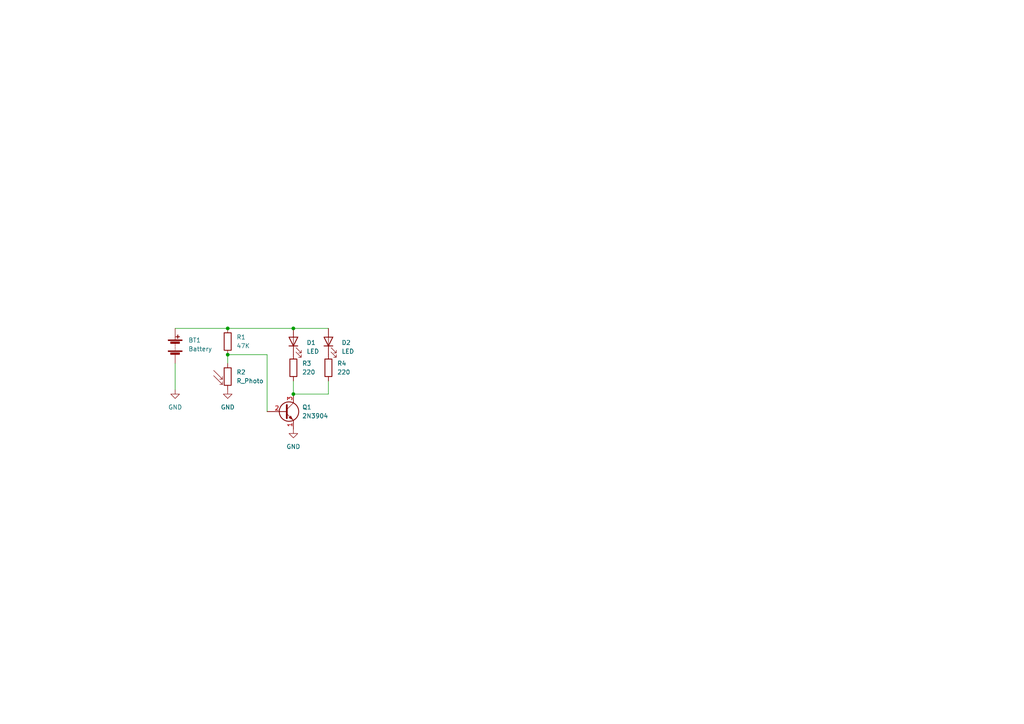
<source format=kicad_sch>
(kicad_sch (version 20211123) (generator eeschema)
  (paper "A4")
  (lib_symbols
    (symbol "Device:Battery" (pin_numbers hide) (pin_names (offset 0) hide)
      (property "Reference" "BT" (at 2.54 2.54 0))
      (property "Value" "Battery" (at 2.54 0 0))
      (symbol "Battery_0_1"
        (rectangle (start -2.032 -1.397) (end 2.032 -1.651) (fill (type outline)))
        (rectangle (start -2.032 1.778) (end 2.032 1.524) (fill (type outline)))
        (rectangle (start -1.3208 -1.9812) (end 1.27 -2.4892) (fill (type outline)))
        (rectangle (start -1.3208 1.1938) (end 1.27 0.6858) (fill (type outline)))
        (polyline (pts (xy 0 -1.524) (xy 0 -1.27)))
        (polyline (pts (xy 0 -1.016) (xy 0 -0.762)))
        (polyline (pts (xy 0 -0.508) (xy 0 -0.254)))
        (polyline (pts (xy 0 0) (xy 0 0.254)))
        (polyline (pts (xy 0 0.508) (xy 0 0.762)))
        (polyline (pts (xy 0 1.778) (xy 0 2.54)))
        (polyline (pts (xy 0.254 2.667) (xy 1.27 2.667)) (stroke (width 0.254)))
        (polyline (pts (xy 0.762 3.175) (xy 0.762 2.159)) (stroke (width 0.254)))
      )
      (symbol "Battery_1_1"
        (pin passive line (at 0 5.08 270) (length 2.54) (name "+") (number "1"))
        (pin passive line (at 0 -5.08 90) (length 2.54) (name "-") (number "2"))
      )
    )
    (symbol "Device:LED" (pin_numbers hide) (pin_names (offset 1.016) hide)
      (property "Reference" "D" (at 0 2.54 0))
      (property "Value" "LED" (at 0 -2.54 0))
      (symbol "LED_0_1"
        (polyline (pts (xy -1.27 -1.27) (xy -1.27 1.27)) (stroke (width 0.254)))
        (polyline (pts (xy -1.27 0) (xy 1.27 0)))
        (polyline (pts (xy 1.27 -1.27) (xy 1.27 1.27) (xy -1.27 0) (xy 1.27 -1.27)) (stroke (width 0.254)))
        (polyline (pts (xy -3.048 -0.762) (xy -4.572 -2.286) (xy -3.81 -2.286) (xy -4.572 -2.286) (xy -4.572 -1.524)))
        (polyline (pts (xy -1.778 -0.762) (xy -3.302 -2.286) (xy -2.54 -2.286) (xy -3.302 -2.286) (xy -3.302 -1.524)))
      )
      (symbol "LED_1_1"
        (pin passive line (at -3.81 0 0) (length 2.54) (name "K") (number "1"))
        (pin passive line (at 3.81 0 180) (length 2.54) (name "A") (number "2"))
      )
    )
    (symbol "Device:R" (pin_numbers hide) (pin_names (offset 0))
      (property "Reference" "R" (at 2.032 0 90))
      (property "Value" "R" (at 0 0 90))
      (symbol "R_0_1"
        (rectangle (start -1.016 -2.54) (end 1.016 2.54) (stroke (width 0.254)))
      )
      (symbol "R_1_1"
        (pin passive line (at 0 3.81 270) (length 1.27) (name "~") (number "1"))
        (pin passive line (at 0 -3.81 90) (length 1.27) (name "~") (number "2"))
      )
    )
    (symbol "Device:R_Photo" (pin_numbers hide) (pin_names (offset 0))
      (property "Reference" "R" (at 1.27 1.27 0))
      (property "Value" "R_Photo" (at 1.27 0 0))
      (symbol "R_Photo_0_1"
        (rectangle (start -1.016 2.54) (end 1.016 -2.54) (stroke (width 0.254)))
        (polyline (pts (xy -1.524 -2.286) (xy -4.064 0.254)))
        (polyline (pts (xy -1.524 -2.286) (xy -2.286 -2.286)))
        (polyline (pts (xy -1.524 -2.286) (xy -1.524 -1.524)))
        (polyline (pts (xy -1.524 -0.762) (xy -4.064 1.778)))
        (polyline (pts (xy -1.524 -0.762) (xy -2.286 -0.762)))
        (polyline (pts (xy -1.524 -0.762) (xy -1.524 0)))
      )
      (symbol "R_Photo_1_1"
        (pin passive line (at 0 3.81 270) (length 1.27) (name "~") (number "1"))
        (pin passive line (at 0 -3.81 90) (length 1.27) (name "~") (number "2"))
      )
    )
    (symbol "Transistor_BJT:2N3904" (pin_names (offset 0) hide)
      (property "Reference" "Q" (at 5.08 1.905 0))
      (property "Value" "2N3904" (at 5.08 0 0))
      (symbol "2N3904_0_1"
        (polyline (pts (xy 0.635 0.635) (xy 2.54 2.54)))
        (polyline (pts (xy 0.635 -0.635) (xy 2.54 -2.54) (xy 2.54 -2.54)))
        (polyline (pts (xy 0.635 1.905) (xy 0.635 -1.905) (xy 0.635 -1.905)) (stroke (width 0.508)))
        (polyline (pts (xy 1.27 -1.778) (xy 1.778 -1.27) (xy 2.286 -2.286) (xy 1.27 -1.778) (xy 1.27 -1.778)) (fill (type outline)))
        (circle (center 1.27 0) (radius 2.8194) (stroke (width 0.254)))
      )
      (symbol "2N3904_1_1"
        (pin passive line (at 2.54 -5.08 90) (length 2.54) (name "E") (number "1"))
        (pin passive line (at -5.08 0 0) (length 5.715) (name "B") (number "2"))
        (pin passive line (at 2.54 5.08 270) (length 2.54) (name "C") (number "3"))
      )
    )
    (symbol "power:GND" (power) (pin_names (offset 0))
      (property "Value" "GND" (at 0 -3.81 0))
      (symbol "GND_0_1"
        (polyline (pts (xy 0 0) (xy 0 -1.27) (xy 1.27 -1.27) (xy 0 -2.54) (xy -1.27 -1.27) (xy 0 -1.27)))
      )
      (symbol "GND_1_1"
        (pin power_in line (at 0 0 270) (length 0) hide (name "GND") (number "1"))
      )
    )
  )
  (junction (at 66.04 102.87))
  (junction (at 85.09 114.3))
  (junction (at 85.09 95.25))
  (junction (at 66.04 95.25))
  (wire (pts (xy 95.25 110.49) (xy 95.25 114.3)))
  (wire (pts (xy 50.8 105.41) (xy 50.8 113.03)))
  (wire (pts (xy 77.47 119.38) (xy 77.47 102.87)))
  (wire (pts (xy 66.04 105.41) (xy 66.04 102.87)))
  (wire (pts (xy 77.47 102.87) (xy 66.04 102.87)))
  (wire (pts (xy 66.04 95.25) (xy 85.09 95.25)))
  (wire (pts (xy 95.25 114.3) (xy 85.09 114.3)))
  (wire (pts (xy 85.09 110.49) (xy 85.09 114.3)))
  (wire (pts (xy 50.8 95.25) (xy 66.04 95.25)))
  (wire (pts (xy 85.09 95.25) (xy 95.25 95.25)))
  (symbol (lib_id "power:GND") (at 85.09 124.46 0) (unit 1)
    (property "Reference" "#PWR03" (effects hide))
    (property "Value" "GND" (at 85.09 129.54 0))
  )
  (symbol (lib_id "Device:R_Photo") (at 66.04 109.22 0) (unit 1)
    (property "Reference" "R2" (at 68.58 107.9499 0) (effects (justify left)))
    (property "Value" "R_Photo" (at 68.58 110.4899 0) (effects (justify left)))
    (property "Footprint" "Capacitor_THT:CP_Radial_Tantal_D4.5mm_P5.00mm" (effects hide))
  )
  (symbol (lib_id "Device:R") (at 85.09 106.68 0) (unit 1)
    (property "Reference" "R3" (at 87.63 105.4099 0) (effects (justify left)))
    (property "Value" "220" (at 87.63 107.9499 0) (effects (justify left)))
    (property "Footprint" "Resistor_THT:R_Axial_DIN0207_L6.3mm_D2.5mm_P10.16mm_Horizontal" (effects hide))
  )
  (symbol (lib_id "power:GND") (at 66.04 113.03 0) (unit 1)
    (property "Reference" "#PWR02" (effects hide))
    (property "Value" "GND" (at 66.04 118.11 0))
  )
  (symbol (lib_id "Device:R") (at 95.25 106.68 0) (unit 1)
    (property "Reference" "R4" (at 97.79 105.4099 0) (effects (justify left)))
    (property "Value" "220" (at 97.79 107.9499 0) (effects (justify left)))
    (property "Footprint" "Resistor_THT:R_Axial_DIN0207_L6.3mm_D2.5mm_P10.16mm_Horizontal" (effects hide))
  )
  (symbol (lib_id "Device:LED") (at 85.09 99.06 90) (unit 1)
    (property "Reference" "D1" (at 88.9 99.3774 90) (effects (justify right)))
    (property "Value" "LED" (at 88.9 101.9174 90) (effects (justify right)))
    (property "Footprint" "LED_THT:LED_D5.0mm" (effects hide))
  )
  (symbol (lib_id "Device:R") (at 66.04 99.06 0) (unit 1)
    (property "Reference" "R1" (at 68.58 97.7899 0) (effects (justify left)))
    (property "Value" "47K" (at 68.58 100.3299 0) (effects (justify left)))
    (property "Footprint" "Resistor_THT:R_Axial_DIN0207_L6.3mm_D2.5mm_P10.16mm_Horizontal" (effects hide))
  )
  (symbol (lib_id "Device:LED") (at 95.25 99.06 90) (unit 1)
    (property "Reference" "D2" (at 99.06 99.3774 90) (effects (justify right)))
    (property "Value" "LED" (at 99.06 101.9174 90) (effects (justify right)))
    (property "Footprint" "LED_THT:LED_D5.0mm" (effects hide))
  )
  (symbol (lib_id "Transistor_BJT:2N3904") (at 82.55 119.38 0) (unit 1)
    (property "Reference" "Q1" (at 87.63 118.1099 0) (effects (justify left)))
    (property "Value" "2N3904" (at 87.63 120.6499 0) (effects (justify left)))
    (property "Footprint" "Package_TO_SOT_THT:TO-92_Inline" (effects hide))
    (property "Datasheet" "https://www.onsemi.com/pub/Collateral/2N3903-D.PDF" (effects hide))
  )
  (symbol (lib_id "Device:Battery") (at 50.8 100.33 0) (unit 1)
    (property "Reference" "BT1" (at 54.61 98.6789 0) (effects (justify left)))
    (property "Value" "Battery" (at 54.61 101.2189 0) (effects (justify left)))
    (property "Footprint" "Battery:CR2032 retainer" (effects hide))
  )
  (symbol (lib_id "power:GND") (at 50.8 113.03 0) (unit 1)
    (property "Reference" "#PWR01" (effects hide))
    (property "Value" "GND" (at 50.8 118.11 0))
  )
)
</source>
